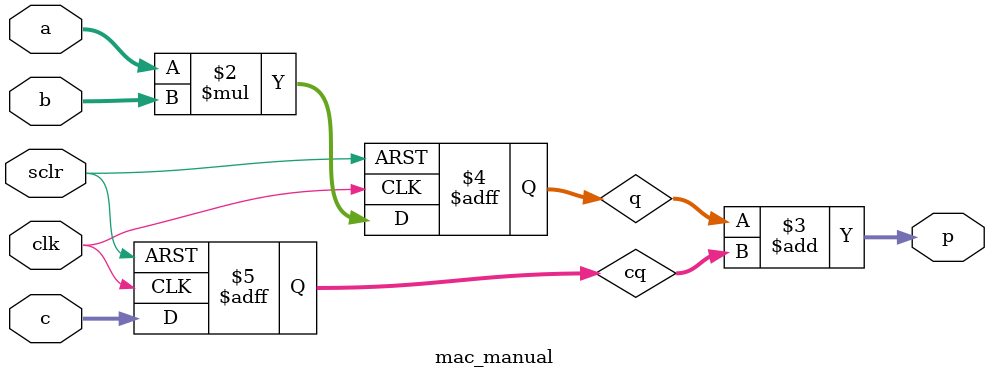
<source format=v>

module mac_manual #(
	parameter N = 18,
    parameter Q = 12
    )(
    input clk,sclr,
    input [N-1:0] a,
    input [N-1:0] b,
    input [N-1:0] c,
    output [10+N-1:0] p
    );
reg [N-1:0] q,cq; 
always@(posedge clk,posedge sclr)
 begin
    if(sclr)
    begin
        q <= 0;
        cq <=0;
    end
    else begin
        q <= a*b;                   //performs the multiply accumulate operation
        cq <= c;
    end
 end
 assign p = q + cq;
endmodule

</source>
